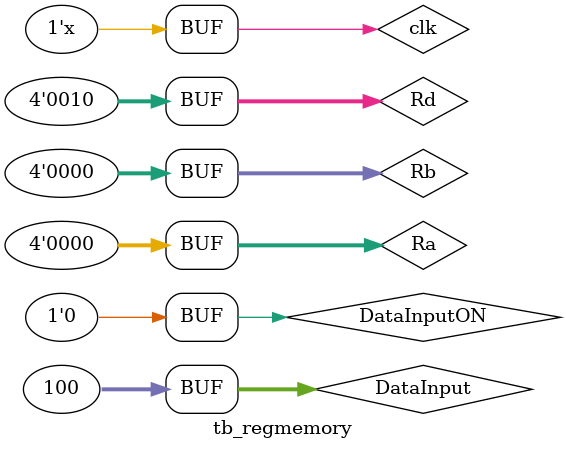
<source format=sv>
`timescale 1 ps/ 1 ps

module tb_regmemory();

						

logic DataInputON, clk;
logic [3:0] Ra, Rb, Rd;
logic [31:0] DataInput;
logic [31:0] Data1, Data2;

REGMEMORY regmemoryp(Ra, Rb, Rd, DataInput,clk, DataInputON, Data1, Data2);

						
initial begin 
	DataInputON = 0;
	clk=0;
	Ra = 4'd0;
	Rb = 4'd0;
	Rd = 4'd0;
	#5 DataInput =32'd100;
	
	#7 DataInputON = 1;
	#7	DataInputON = 0;
	
	#5 Rd = 5'd2;
	
	#7 DataInputON = 1;
	#7	DataInputON = 0;

end
always 
	#5 clk <= !clk;
	
endmodule
</source>
